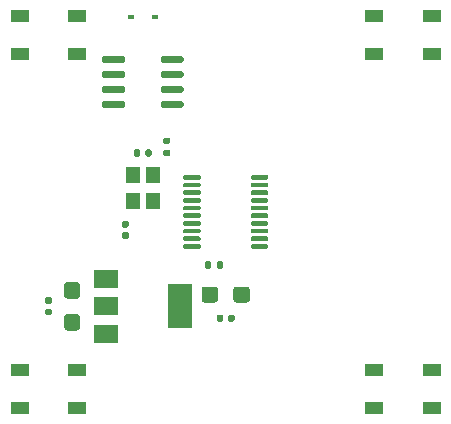
<source format=gtp>
G04 #@! TF.GenerationSoftware,KiCad,Pcbnew,6.0.4+dfsg-1~bpo11+1*
G04 #@! TF.CreationDate,2022-05-23T04:18:15+00:00*
G04 #@! TF.ProjectId,LEDcube,4c454463-7562-4652-9e6b-696361645f70,rev?*
G04 #@! TF.SameCoordinates,Original*
G04 #@! TF.FileFunction,Paste,Top*
G04 #@! TF.FilePolarity,Positive*
%FSLAX46Y46*%
G04 Gerber Fmt 4.6, Leading zero omitted, Abs format (unit mm)*
G04 Created by KiCad (PCBNEW 6.0.4+dfsg-1~bpo11+1) date 2022-05-23 04:18:15*
%MOMM*%
%LPD*%
G01*
G04 APERTURE LIST*
%ADD10R,1.500000X1.000000*%
%ADD11R,1.200000X1.400000*%
%ADD12R,0.600000X0.450000*%
%ADD13R,2.000000X1.500000*%
%ADD14R,2.000000X3.800000*%
G04 APERTURE END LIST*
G36*
G01*
X100760000Y-108830000D02*
X100760000Y-109170000D01*
G75*
G02*
X100620000Y-109310000I-140000J0D01*
G01*
X100340000Y-109310000D01*
G75*
G02*
X100200000Y-109170000I0J140000D01*
G01*
X100200000Y-108830000D01*
G75*
G02*
X100340000Y-108690000I140000J0D01*
G01*
X100620000Y-108690000D01*
G75*
G02*
X100760000Y-108830000I0J-140000D01*
G01*
G37*
G36*
G01*
X99800000Y-108830000D02*
X99800000Y-109170000D01*
G75*
G02*
X99660000Y-109310000I-140000J0D01*
G01*
X99380000Y-109310000D01*
G75*
G02*
X99240000Y-109170000I0J140000D01*
G01*
X99240000Y-108830000D01*
G75*
G02*
X99380000Y-108690000I140000J0D01*
G01*
X99660000Y-108690000D01*
G75*
G02*
X99800000Y-108830000I0J-140000D01*
G01*
G37*
D10*
X112550000Y-113400000D03*
X112550000Y-116600000D03*
X117450000Y-116600000D03*
X117450000Y-113400000D03*
G36*
G01*
X91670000Y-102280000D02*
X91330000Y-102280000D01*
G75*
G02*
X91190000Y-102140000I0J140000D01*
G01*
X91190000Y-101860000D01*
G75*
G02*
X91330000Y-101720000I140000J0D01*
G01*
X91670000Y-101720000D01*
G75*
G02*
X91810000Y-101860000I0J-140000D01*
G01*
X91810000Y-102140000D01*
G75*
G02*
X91670000Y-102280000I-140000J0D01*
G01*
G37*
G36*
G01*
X91670000Y-101320000D02*
X91330000Y-101320000D01*
G75*
G02*
X91190000Y-101180000I0J140000D01*
G01*
X91190000Y-100900000D01*
G75*
G02*
X91330000Y-100760000I140000J0D01*
G01*
X91670000Y-100760000D01*
G75*
G02*
X91810000Y-100900000I0J-140000D01*
G01*
X91810000Y-101180000D01*
G75*
G02*
X91670000Y-101320000I-140000J0D01*
G01*
G37*
D11*
X92150000Y-96900000D03*
X92150000Y-99100000D03*
X93850000Y-99100000D03*
X93850000Y-96900000D03*
G36*
G01*
X92220000Y-95170000D02*
X92220000Y-94830000D01*
G75*
G02*
X92360000Y-94690000I140000J0D01*
G01*
X92640000Y-94690000D01*
G75*
G02*
X92780000Y-94830000I0J-140000D01*
G01*
X92780000Y-95170000D01*
G75*
G02*
X92640000Y-95310000I-140000J0D01*
G01*
X92360000Y-95310000D01*
G75*
G02*
X92220000Y-95170000I0J140000D01*
G01*
G37*
G36*
G01*
X93180000Y-95170000D02*
X93180000Y-94830000D01*
G75*
G02*
X93320000Y-94690000I140000J0D01*
G01*
X93600000Y-94690000D01*
G75*
G02*
X93740000Y-94830000I0J-140000D01*
G01*
X93740000Y-95170000D01*
G75*
G02*
X93600000Y-95310000I-140000J0D01*
G01*
X93320000Y-95310000D01*
G75*
G02*
X93180000Y-95170000I0J140000D01*
G01*
G37*
G36*
G01*
X96400000Y-97175000D02*
X96400000Y-96975000D01*
G75*
G02*
X96500000Y-96875000I100000J0D01*
G01*
X97775000Y-96875000D01*
G75*
G02*
X97875000Y-96975000I0J-100000D01*
G01*
X97875000Y-97175000D01*
G75*
G02*
X97775000Y-97275000I-100000J0D01*
G01*
X96500000Y-97275000D01*
G75*
G02*
X96400000Y-97175000I0J100000D01*
G01*
G37*
G36*
G01*
X96400000Y-97825000D02*
X96400000Y-97625000D01*
G75*
G02*
X96500000Y-97525000I100000J0D01*
G01*
X97775000Y-97525000D01*
G75*
G02*
X97875000Y-97625000I0J-100000D01*
G01*
X97875000Y-97825000D01*
G75*
G02*
X97775000Y-97925000I-100000J0D01*
G01*
X96500000Y-97925000D01*
G75*
G02*
X96400000Y-97825000I0J100000D01*
G01*
G37*
G36*
G01*
X96400000Y-98475000D02*
X96400000Y-98275000D01*
G75*
G02*
X96500000Y-98175000I100000J0D01*
G01*
X97775000Y-98175000D01*
G75*
G02*
X97875000Y-98275000I0J-100000D01*
G01*
X97875000Y-98475000D01*
G75*
G02*
X97775000Y-98575000I-100000J0D01*
G01*
X96500000Y-98575000D01*
G75*
G02*
X96400000Y-98475000I0J100000D01*
G01*
G37*
G36*
G01*
X96400000Y-99125000D02*
X96400000Y-98925000D01*
G75*
G02*
X96500000Y-98825000I100000J0D01*
G01*
X97775000Y-98825000D01*
G75*
G02*
X97875000Y-98925000I0J-100000D01*
G01*
X97875000Y-99125000D01*
G75*
G02*
X97775000Y-99225000I-100000J0D01*
G01*
X96500000Y-99225000D01*
G75*
G02*
X96400000Y-99125000I0J100000D01*
G01*
G37*
G36*
G01*
X96400000Y-99775000D02*
X96400000Y-99575000D01*
G75*
G02*
X96500000Y-99475000I100000J0D01*
G01*
X97775000Y-99475000D01*
G75*
G02*
X97875000Y-99575000I0J-100000D01*
G01*
X97875000Y-99775000D01*
G75*
G02*
X97775000Y-99875000I-100000J0D01*
G01*
X96500000Y-99875000D01*
G75*
G02*
X96400000Y-99775000I0J100000D01*
G01*
G37*
G36*
G01*
X96400000Y-100425000D02*
X96400000Y-100225000D01*
G75*
G02*
X96500000Y-100125000I100000J0D01*
G01*
X97775000Y-100125000D01*
G75*
G02*
X97875000Y-100225000I0J-100000D01*
G01*
X97875000Y-100425000D01*
G75*
G02*
X97775000Y-100525000I-100000J0D01*
G01*
X96500000Y-100525000D01*
G75*
G02*
X96400000Y-100425000I0J100000D01*
G01*
G37*
G36*
G01*
X96400000Y-101075000D02*
X96400000Y-100875000D01*
G75*
G02*
X96500000Y-100775000I100000J0D01*
G01*
X97775000Y-100775000D01*
G75*
G02*
X97875000Y-100875000I0J-100000D01*
G01*
X97875000Y-101075000D01*
G75*
G02*
X97775000Y-101175000I-100000J0D01*
G01*
X96500000Y-101175000D01*
G75*
G02*
X96400000Y-101075000I0J100000D01*
G01*
G37*
G36*
G01*
X96400000Y-101725000D02*
X96400000Y-101525000D01*
G75*
G02*
X96500000Y-101425000I100000J0D01*
G01*
X97775000Y-101425000D01*
G75*
G02*
X97875000Y-101525000I0J-100000D01*
G01*
X97875000Y-101725000D01*
G75*
G02*
X97775000Y-101825000I-100000J0D01*
G01*
X96500000Y-101825000D01*
G75*
G02*
X96400000Y-101725000I0J100000D01*
G01*
G37*
G36*
G01*
X96400000Y-102375000D02*
X96400000Y-102175000D01*
G75*
G02*
X96500000Y-102075000I100000J0D01*
G01*
X97775000Y-102075000D01*
G75*
G02*
X97875000Y-102175000I0J-100000D01*
G01*
X97875000Y-102375000D01*
G75*
G02*
X97775000Y-102475000I-100000J0D01*
G01*
X96500000Y-102475000D01*
G75*
G02*
X96400000Y-102375000I0J100000D01*
G01*
G37*
G36*
G01*
X96400000Y-103025000D02*
X96400000Y-102825000D01*
G75*
G02*
X96500000Y-102725000I100000J0D01*
G01*
X97775000Y-102725000D01*
G75*
G02*
X97875000Y-102825000I0J-100000D01*
G01*
X97875000Y-103025000D01*
G75*
G02*
X97775000Y-103125000I-100000J0D01*
G01*
X96500000Y-103125000D01*
G75*
G02*
X96400000Y-103025000I0J100000D01*
G01*
G37*
G36*
G01*
X102125000Y-103025000D02*
X102125000Y-102825000D01*
G75*
G02*
X102225000Y-102725000I100000J0D01*
G01*
X103500000Y-102725000D01*
G75*
G02*
X103600000Y-102825000I0J-100000D01*
G01*
X103600000Y-103025000D01*
G75*
G02*
X103500000Y-103125000I-100000J0D01*
G01*
X102225000Y-103125000D01*
G75*
G02*
X102125000Y-103025000I0J100000D01*
G01*
G37*
G36*
G01*
X102125000Y-102375000D02*
X102125000Y-102175000D01*
G75*
G02*
X102225000Y-102075000I100000J0D01*
G01*
X103500000Y-102075000D01*
G75*
G02*
X103600000Y-102175000I0J-100000D01*
G01*
X103600000Y-102375000D01*
G75*
G02*
X103500000Y-102475000I-100000J0D01*
G01*
X102225000Y-102475000D01*
G75*
G02*
X102125000Y-102375000I0J100000D01*
G01*
G37*
G36*
G01*
X102125000Y-101725000D02*
X102125000Y-101525000D01*
G75*
G02*
X102225000Y-101425000I100000J0D01*
G01*
X103500000Y-101425000D01*
G75*
G02*
X103600000Y-101525000I0J-100000D01*
G01*
X103600000Y-101725000D01*
G75*
G02*
X103500000Y-101825000I-100000J0D01*
G01*
X102225000Y-101825000D01*
G75*
G02*
X102125000Y-101725000I0J100000D01*
G01*
G37*
G36*
G01*
X102125000Y-101075000D02*
X102125000Y-100875000D01*
G75*
G02*
X102225000Y-100775000I100000J0D01*
G01*
X103500000Y-100775000D01*
G75*
G02*
X103600000Y-100875000I0J-100000D01*
G01*
X103600000Y-101075000D01*
G75*
G02*
X103500000Y-101175000I-100000J0D01*
G01*
X102225000Y-101175000D01*
G75*
G02*
X102125000Y-101075000I0J100000D01*
G01*
G37*
G36*
G01*
X102125000Y-100425000D02*
X102125000Y-100225000D01*
G75*
G02*
X102225000Y-100125000I100000J0D01*
G01*
X103500000Y-100125000D01*
G75*
G02*
X103600000Y-100225000I0J-100000D01*
G01*
X103600000Y-100425000D01*
G75*
G02*
X103500000Y-100525000I-100000J0D01*
G01*
X102225000Y-100525000D01*
G75*
G02*
X102125000Y-100425000I0J100000D01*
G01*
G37*
G36*
G01*
X102125000Y-99775000D02*
X102125000Y-99575000D01*
G75*
G02*
X102225000Y-99475000I100000J0D01*
G01*
X103500000Y-99475000D01*
G75*
G02*
X103600000Y-99575000I0J-100000D01*
G01*
X103600000Y-99775000D01*
G75*
G02*
X103500000Y-99875000I-100000J0D01*
G01*
X102225000Y-99875000D01*
G75*
G02*
X102125000Y-99775000I0J100000D01*
G01*
G37*
G36*
G01*
X102125000Y-99125000D02*
X102125000Y-98925000D01*
G75*
G02*
X102225000Y-98825000I100000J0D01*
G01*
X103500000Y-98825000D01*
G75*
G02*
X103600000Y-98925000I0J-100000D01*
G01*
X103600000Y-99125000D01*
G75*
G02*
X103500000Y-99225000I-100000J0D01*
G01*
X102225000Y-99225000D01*
G75*
G02*
X102125000Y-99125000I0J100000D01*
G01*
G37*
G36*
G01*
X102125000Y-98475000D02*
X102125000Y-98275000D01*
G75*
G02*
X102225000Y-98175000I100000J0D01*
G01*
X103500000Y-98175000D01*
G75*
G02*
X103600000Y-98275000I0J-100000D01*
G01*
X103600000Y-98475000D01*
G75*
G02*
X103500000Y-98575000I-100000J0D01*
G01*
X102225000Y-98575000D01*
G75*
G02*
X102125000Y-98475000I0J100000D01*
G01*
G37*
G36*
G01*
X102125000Y-97825000D02*
X102125000Y-97625000D01*
G75*
G02*
X102225000Y-97525000I100000J0D01*
G01*
X103500000Y-97525000D01*
G75*
G02*
X103600000Y-97625000I0J-100000D01*
G01*
X103600000Y-97825000D01*
G75*
G02*
X103500000Y-97925000I-100000J0D01*
G01*
X102225000Y-97925000D01*
G75*
G02*
X102125000Y-97825000I0J100000D01*
G01*
G37*
G36*
G01*
X102125000Y-97175000D02*
X102125000Y-96975000D01*
G75*
G02*
X102225000Y-96875000I100000J0D01*
G01*
X103500000Y-96875000D01*
G75*
G02*
X103600000Y-96975000I0J-100000D01*
G01*
X103600000Y-97175000D01*
G75*
G02*
X103500000Y-97275000I-100000J0D01*
G01*
X102225000Y-97275000D01*
G75*
G02*
X102125000Y-97175000I0J100000D01*
G01*
G37*
D12*
X91950000Y-83500000D03*
X94050000Y-83500000D03*
G36*
G01*
X87425000Y-110050000D02*
X86575000Y-110050000D01*
G75*
G02*
X86325000Y-109800000I0J250000D01*
G01*
X86325000Y-108900000D01*
G75*
G02*
X86575000Y-108650000I250000J0D01*
G01*
X87425000Y-108650000D01*
G75*
G02*
X87675000Y-108900000I0J-250000D01*
G01*
X87675000Y-109800000D01*
G75*
G02*
X87425000Y-110050000I-250000J0D01*
G01*
G37*
G36*
G01*
X87425000Y-107350000D02*
X86575000Y-107350000D01*
G75*
G02*
X86325000Y-107100000I0J250000D01*
G01*
X86325000Y-106200000D01*
G75*
G02*
X86575000Y-105950000I250000J0D01*
G01*
X87425000Y-105950000D01*
G75*
G02*
X87675000Y-106200000I0J-250000D01*
G01*
X87675000Y-107100000D01*
G75*
G02*
X87425000Y-107350000I-250000J0D01*
G01*
G37*
D13*
X89850000Y-105700000D03*
D14*
X96150000Y-108000000D03*
D13*
X89850000Y-108000000D03*
X89850000Y-110300000D03*
D10*
X82550000Y-113400000D03*
X82550000Y-116600000D03*
X87450000Y-116600000D03*
X87450000Y-113400000D03*
X112550000Y-83400000D03*
X112550000Y-86600000D03*
X117450000Y-86600000D03*
X117450000Y-83400000D03*
G36*
G01*
X95185000Y-95280000D02*
X94815000Y-95280000D01*
G75*
G02*
X94680000Y-95145000I0J135000D01*
G01*
X94680000Y-94875000D01*
G75*
G02*
X94815000Y-94740000I135000J0D01*
G01*
X95185000Y-94740000D01*
G75*
G02*
X95320000Y-94875000I0J-135000D01*
G01*
X95320000Y-95145000D01*
G75*
G02*
X95185000Y-95280000I-135000J0D01*
G01*
G37*
G36*
G01*
X95185000Y-94260000D02*
X94815000Y-94260000D01*
G75*
G02*
X94680000Y-94125000I0J135000D01*
G01*
X94680000Y-93855000D01*
G75*
G02*
X94815000Y-93720000I135000J0D01*
G01*
X95185000Y-93720000D01*
G75*
G02*
X95320000Y-93855000I0J-135000D01*
G01*
X95320000Y-94125000D01*
G75*
G02*
X95185000Y-94260000I-135000J0D01*
G01*
G37*
G36*
G01*
X84830000Y-107240000D02*
X85170000Y-107240000D01*
G75*
G02*
X85310000Y-107380000I0J-140000D01*
G01*
X85310000Y-107660000D01*
G75*
G02*
X85170000Y-107800000I-140000J0D01*
G01*
X84830000Y-107800000D01*
G75*
G02*
X84690000Y-107660000I0J140000D01*
G01*
X84690000Y-107380000D01*
G75*
G02*
X84830000Y-107240000I140000J0D01*
G01*
G37*
G36*
G01*
X84830000Y-108200000D02*
X85170000Y-108200000D01*
G75*
G02*
X85310000Y-108340000I0J-140000D01*
G01*
X85310000Y-108620000D01*
G75*
G02*
X85170000Y-108760000I-140000J0D01*
G01*
X84830000Y-108760000D01*
G75*
G02*
X84690000Y-108620000I0J140000D01*
G01*
X84690000Y-108340000D01*
G75*
G02*
X84830000Y-108200000I140000J0D01*
G01*
G37*
G36*
G01*
X97950000Y-107425000D02*
X97950000Y-106575000D01*
G75*
G02*
X98200000Y-106325000I250000J0D01*
G01*
X99100000Y-106325000D01*
G75*
G02*
X99350000Y-106575000I0J-250000D01*
G01*
X99350000Y-107425000D01*
G75*
G02*
X99100000Y-107675000I-250000J0D01*
G01*
X98200000Y-107675000D01*
G75*
G02*
X97950000Y-107425000I0J250000D01*
G01*
G37*
G36*
G01*
X100650000Y-107425000D02*
X100650000Y-106575000D01*
G75*
G02*
X100900000Y-106325000I250000J0D01*
G01*
X101800000Y-106325000D01*
G75*
G02*
X102050000Y-106575000I0J-250000D01*
G01*
X102050000Y-107425000D01*
G75*
G02*
X101800000Y-107675000I-250000J0D01*
G01*
X100900000Y-107675000D01*
G75*
G02*
X100650000Y-107425000I0J250000D01*
G01*
G37*
G36*
G01*
X89530000Y-87245000D02*
X89530000Y-86945000D01*
G75*
G02*
X89680000Y-86795000I150000J0D01*
G01*
X91330000Y-86795000D01*
G75*
G02*
X91480000Y-86945000I0J-150000D01*
G01*
X91480000Y-87245000D01*
G75*
G02*
X91330000Y-87395000I-150000J0D01*
G01*
X89680000Y-87395000D01*
G75*
G02*
X89530000Y-87245000I0J150000D01*
G01*
G37*
G36*
G01*
X89530000Y-88515000D02*
X89530000Y-88215000D01*
G75*
G02*
X89680000Y-88065000I150000J0D01*
G01*
X91330000Y-88065000D01*
G75*
G02*
X91480000Y-88215000I0J-150000D01*
G01*
X91480000Y-88515000D01*
G75*
G02*
X91330000Y-88665000I-150000J0D01*
G01*
X89680000Y-88665000D01*
G75*
G02*
X89530000Y-88515000I0J150000D01*
G01*
G37*
G36*
G01*
X89530000Y-89785000D02*
X89530000Y-89485000D01*
G75*
G02*
X89680000Y-89335000I150000J0D01*
G01*
X91330000Y-89335000D01*
G75*
G02*
X91480000Y-89485000I0J-150000D01*
G01*
X91480000Y-89785000D01*
G75*
G02*
X91330000Y-89935000I-150000J0D01*
G01*
X89680000Y-89935000D01*
G75*
G02*
X89530000Y-89785000I0J150000D01*
G01*
G37*
G36*
G01*
X89530000Y-91055000D02*
X89530000Y-90755000D01*
G75*
G02*
X89680000Y-90605000I150000J0D01*
G01*
X91330000Y-90605000D01*
G75*
G02*
X91480000Y-90755000I0J-150000D01*
G01*
X91480000Y-91055000D01*
G75*
G02*
X91330000Y-91205000I-150000J0D01*
G01*
X89680000Y-91205000D01*
G75*
G02*
X89530000Y-91055000I0J150000D01*
G01*
G37*
G36*
G01*
X94480000Y-91055000D02*
X94480000Y-90755000D01*
G75*
G02*
X94630000Y-90605000I150000J0D01*
G01*
X96280000Y-90605000D01*
G75*
G02*
X96430000Y-90755000I0J-150000D01*
G01*
X96430000Y-91055000D01*
G75*
G02*
X96280000Y-91205000I-150000J0D01*
G01*
X94630000Y-91205000D01*
G75*
G02*
X94480000Y-91055000I0J150000D01*
G01*
G37*
G36*
G01*
X94480000Y-89785000D02*
X94480000Y-89485000D01*
G75*
G02*
X94630000Y-89335000I150000J0D01*
G01*
X96280000Y-89335000D01*
G75*
G02*
X96430000Y-89485000I0J-150000D01*
G01*
X96430000Y-89785000D01*
G75*
G02*
X96280000Y-89935000I-150000J0D01*
G01*
X94630000Y-89935000D01*
G75*
G02*
X94480000Y-89785000I0J150000D01*
G01*
G37*
G36*
G01*
X94480000Y-88515000D02*
X94480000Y-88215000D01*
G75*
G02*
X94630000Y-88065000I150000J0D01*
G01*
X96280000Y-88065000D01*
G75*
G02*
X96430000Y-88215000I0J-150000D01*
G01*
X96430000Y-88515000D01*
G75*
G02*
X96280000Y-88665000I-150000J0D01*
G01*
X94630000Y-88665000D01*
G75*
G02*
X94480000Y-88515000I0J150000D01*
G01*
G37*
G36*
G01*
X94480000Y-87245000D02*
X94480000Y-86945000D01*
G75*
G02*
X94630000Y-86795000I150000J0D01*
G01*
X96280000Y-86795000D01*
G75*
G02*
X96430000Y-86945000I0J-150000D01*
G01*
X96430000Y-87245000D01*
G75*
G02*
X96280000Y-87395000I-150000J0D01*
G01*
X94630000Y-87395000D01*
G75*
G02*
X94480000Y-87245000I0J150000D01*
G01*
G37*
G36*
G01*
X99770000Y-104315000D02*
X99770000Y-104685000D01*
G75*
G02*
X99635000Y-104820000I-135000J0D01*
G01*
X99365000Y-104820000D01*
G75*
G02*
X99230000Y-104685000I0J135000D01*
G01*
X99230000Y-104315000D01*
G75*
G02*
X99365000Y-104180000I135000J0D01*
G01*
X99635000Y-104180000D01*
G75*
G02*
X99770000Y-104315000I0J-135000D01*
G01*
G37*
G36*
G01*
X98750000Y-104315000D02*
X98750000Y-104685000D01*
G75*
G02*
X98615000Y-104820000I-135000J0D01*
G01*
X98345000Y-104820000D01*
G75*
G02*
X98210000Y-104685000I0J135000D01*
G01*
X98210000Y-104315000D01*
G75*
G02*
X98345000Y-104180000I135000J0D01*
G01*
X98615000Y-104180000D01*
G75*
G02*
X98750000Y-104315000I0J-135000D01*
G01*
G37*
X82550000Y-83400000D03*
X82550000Y-86600000D03*
X87450000Y-86600000D03*
X87450000Y-83400000D03*
M02*

</source>
